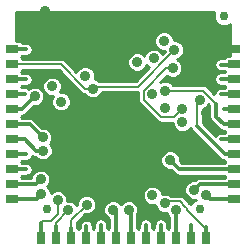
<source format=gbl>
%FSLAX34Y34*%
G04 Gerber Fmt 3.4, Leading zero omitted, Abs format*
G04 (created by PCBNEW (2013-12-14 BZR 4555)-product) date Wed 05 Mar 2014 16:54:14 EST*
%MOIN*%
G01*
G70*
G90*
G04 APERTURE LIST*
%ADD10C,0.003937*%
%ADD11R,0.060000X0.060000*%
%ADD12C,0.029528*%
%ADD13R,0.027559X0.039370*%
%ADD14R,0.039370X0.027559*%
%ADD15C,0.035000*%
%ADD16C,0.014000*%
%ADD17C,0.008000*%
%ADD18C,0.010000*%
G04 APERTURE END LIST*
G54D10*
G54D11*
X-433Y-1594D03*
G54D12*
X2559Y-3822D03*
X-2559Y-3822D03*
X3362Y2610D03*
G54D13*
X2750Y-4793D03*
X2250Y-4793D03*
G54D10*
G36*
X-3897Y1362D02*
X-3897Y1637D01*
X-3503Y1637D01*
X-3503Y1362D01*
X-3897Y1362D01*
X-3897Y1362D01*
G37*
G36*
X-3897Y-3637D02*
X-3897Y-3362D01*
X-3503Y-3362D01*
X-3503Y-3637D01*
X-3897Y-3637D01*
X-3897Y-3637D01*
G37*
G36*
X-3897Y862D02*
X-3897Y1137D01*
X-3503Y1137D01*
X-3503Y862D01*
X-3897Y862D01*
X-3897Y862D01*
G37*
G36*
X-3897Y362D02*
X-3897Y637D01*
X-3503Y637D01*
X-3503Y362D01*
X-3897Y362D01*
X-3897Y362D01*
G37*
G36*
X-3897Y-137D02*
X-3897Y137D01*
X-3503Y137D01*
X-3503Y-137D01*
X-3897Y-137D01*
X-3897Y-137D01*
G37*
G36*
X-3897Y-637D02*
X-3897Y-362D01*
X-3503Y-362D01*
X-3503Y-637D01*
X-3897Y-637D01*
X-3897Y-637D01*
G37*
G36*
X-3897Y-1137D02*
X-3897Y-862D01*
X-3503Y-862D01*
X-3503Y-1137D01*
X-3897Y-1137D01*
X-3897Y-1137D01*
G37*
G36*
X-3897Y-1637D02*
X-3897Y-1362D01*
X-3503Y-1362D01*
X-3503Y-1637D01*
X-3897Y-1637D01*
X-3897Y-1637D01*
G37*
G36*
X-3897Y-2137D02*
X-3897Y-1862D01*
X-3503Y-1862D01*
X-3503Y-2137D01*
X-3897Y-2137D01*
X-3897Y-2137D01*
G37*
G36*
X-3897Y-2637D02*
X-3897Y-2362D01*
X-3503Y-2362D01*
X-3503Y-2637D01*
X-3897Y-2637D01*
X-3897Y-2637D01*
G37*
G36*
X-3897Y-3137D02*
X-3897Y-2862D01*
X-3503Y-2862D01*
X-3503Y-3137D01*
X-3897Y-3137D01*
X-3897Y-3137D01*
G37*
G54D13*
X-2750Y-4793D03*
X-2250Y-4793D03*
X-1750Y-4793D03*
X-1250Y-4793D03*
X-750Y-4793D03*
X-250Y-4793D03*
X250Y-4793D03*
X750Y-4793D03*
X1250Y-4793D03*
X1750Y-4793D03*
G54D14*
X3700Y1500D03*
X3700Y-3500D03*
X3700Y-3000D03*
X3700Y-2500D03*
X3700Y-2000D03*
X3700Y-1500D03*
X3700Y-1000D03*
X3700Y-500D03*
X3700Y0D03*
X3700Y500D03*
X3700Y1000D03*
G54D15*
X-2377Y267D03*
X1964Y-937D03*
X1355Y1778D03*
X1897Y2555D03*
X-1196Y2555D03*
X-1224Y1321D03*
X-421Y2555D03*
X354Y2555D03*
X1137Y2555D03*
X2677Y2555D03*
X-3460Y2555D03*
X-3027Y2555D03*
X-2149Y2555D03*
X-2618Y2763D03*
X2024Y-2909D03*
X2755Y-617D03*
X-1228Y-3677D03*
X1011Y1196D03*
X-2078Y-242D03*
X1643Y879D03*
X1969Y-484D03*
X-2192Y-3523D03*
X-338Y-3852D03*
X173Y-3862D03*
X-2755Y-2830D03*
X-2751Y-3314D03*
X963Y-3364D03*
X1381Y-3636D03*
X2751Y-3362D03*
X2358Y-3185D03*
X1562Y-2193D03*
X2540Y-187D03*
X1378Y-461D03*
X1399Y128D03*
X969Y-1D03*
X459Y1077D03*
X-1270Y612D03*
X-2690Y-1437D03*
X-1026Y192D03*
X1699Y1483D03*
X-1834Y-3866D03*
X-2956Y-64D03*
X1760Y-3866D03*
X-2684Y-1875D03*
G54D16*
X-3759Y1500D02*
X-3244Y1500D01*
G54D17*
X-1196Y2555D02*
X-1196Y1349D01*
X-1196Y1349D02*
X-1224Y1321D01*
G54D16*
X3750Y1500D02*
X3251Y1500D01*
X-1250Y-4852D02*
X-1240Y-4842D01*
X-1240Y-4842D02*
X-1240Y-4393D01*
G54D17*
X-1750Y-4852D02*
X-1750Y-4198D01*
X-1750Y-4198D02*
X-1228Y-3677D01*
G54D16*
X-1750Y-4464D02*
X-1750Y-4852D01*
G54D17*
X-1750Y-4464D02*
X-1750Y-4852D01*
X-1750Y-4464D02*
X-1750Y-4852D01*
X1643Y879D02*
X1430Y879D01*
X1693Y-759D02*
X1969Y-484D01*
X1255Y-759D02*
X1693Y-759D01*
X673Y-177D02*
X1255Y-759D01*
X673Y122D02*
X673Y-177D01*
X1430Y879D02*
X673Y122D01*
X-2407Y-4212D02*
X-2700Y-4212D01*
X-2192Y-3998D02*
X-2407Y-4212D01*
X-2192Y-3523D02*
X-2192Y-3998D01*
X-2750Y-4852D02*
X-2750Y-4261D01*
X-2750Y-4261D02*
X-2700Y-4212D01*
G54D16*
X-2750Y-4277D02*
X-2750Y-4852D01*
G54D17*
X-2750Y-4277D02*
X-2750Y-4852D01*
G54D16*
X-750Y-4852D02*
X-751Y-4850D01*
X-751Y-4850D02*
X-751Y-4354D01*
X-338Y-3852D02*
X-250Y-3941D01*
X-250Y-3941D02*
X-250Y-4852D01*
G54D17*
X-250Y-3941D02*
X-250Y-4852D01*
G54D16*
X173Y-3862D02*
X250Y-3938D01*
X250Y-3938D02*
X250Y-4852D01*
G54D17*
X250Y-3938D02*
X250Y-4852D01*
G54D16*
X750Y-4852D02*
X748Y-4850D01*
X748Y-4850D02*
X748Y-4358D01*
X-3759Y-2000D02*
X-3244Y-2000D01*
X-3759Y-2500D02*
X-3248Y-2500D01*
X-3759Y-3000D02*
X-2925Y-3000D01*
X-2925Y-3000D02*
X-2755Y-2830D01*
G54D17*
X-2925Y-3000D02*
X-2755Y-2830D01*
X-2751Y-3314D02*
X-2937Y-3500D01*
X-2937Y-3500D02*
X-3759Y-3500D01*
G54D16*
X-2673Y-3283D02*
X-2890Y-3500D01*
X-2890Y-3500D02*
X-3759Y-3500D01*
X2250Y-4852D02*
X2255Y-4846D01*
X2255Y-4846D02*
X2255Y-4362D01*
G54D17*
X2055Y-3740D02*
X2110Y-3795D01*
X2708Y-4433D02*
X2750Y-4433D01*
X2750Y-4474D02*
X2708Y-4433D01*
X2750Y-4498D02*
X2750Y-4474D01*
X2110Y-3858D02*
X2750Y-4498D01*
X2110Y-3795D02*
X2110Y-3858D01*
X1381Y-3636D02*
X1447Y-3570D01*
X1885Y-3570D02*
X2055Y-3740D01*
X1447Y-3570D02*
X1885Y-3570D01*
G54D16*
X2750Y-4852D02*
X2750Y-4433D01*
X3759Y-3500D02*
X2889Y-3500D01*
X2889Y-3500D02*
X2751Y-3362D01*
X3759Y-3000D02*
X2543Y-3000D01*
X2543Y-3000D02*
X2358Y-3185D01*
G54D17*
X2358Y-3185D02*
X2543Y-3000D01*
G54D16*
X1562Y-2193D02*
X1868Y-2500D01*
X1868Y-2500D02*
X3759Y-2500D01*
G54D17*
X1860Y-2492D02*
X1562Y-2193D01*
X3759Y-2492D02*
X1860Y-2492D01*
G54D16*
X3759Y-2000D02*
X3391Y-2000D01*
X3391Y-2000D02*
X2457Y-1066D01*
G54D17*
X3759Y-1992D02*
X3383Y-1992D01*
X2457Y-270D02*
X2540Y-187D01*
X2457Y-1066D02*
X2457Y-270D01*
X3383Y-1992D02*
X2457Y-1066D01*
G54D16*
X3759Y-1500D02*
X3251Y-1500D01*
G54D17*
X3759Y-1500D02*
X3251Y-1500D01*
G54D16*
X3759Y-1000D02*
X3350Y-1000D01*
X3090Y-740D02*
X3090Y-318D01*
X3350Y-1000D02*
X3090Y-740D01*
G54D17*
X2643Y128D02*
X1399Y128D01*
X3090Y-318D02*
X2643Y128D01*
G54D16*
X3759Y-500D02*
X3338Y-500D01*
X3759Y0D02*
X3248Y0D01*
X3759Y500D02*
X3748Y511D01*
X3748Y511D02*
X3248Y511D01*
X3759Y1000D02*
X3751Y992D01*
X3751Y992D02*
X3244Y992D01*
X-3759Y500D02*
X-3755Y503D01*
X-3755Y503D02*
X-3244Y503D01*
X1250Y-4852D02*
X1248Y-4850D01*
X1248Y-4850D02*
X1248Y-4358D01*
X-3759Y-1000D02*
X-3127Y-1000D01*
X-3127Y-1000D02*
X-2690Y-1437D01*
G54D17*
X-3127Y-1000D02*
X-2690Y-1437D01*
X-1026Y192D02*
X-1275Y192D01*
X-2082Y1000D02*
X-3759Y1000D01*
X-1275Y192D02*
X-2082Y1000D01*
X-1026Y253D02*
X-1026Y192D01*
X1699Y1467D02*
X1699Y1483D01*
X485Y253D02*
X1699Y1467D01*
X-1026Y253D02*
X485Y253D01*
X-2250Y-4281D02*
X-1834Y-3866D01*
X-2250Y-4852D02*
X-2250Y-4281D01*
G54D16*
X-2250Y-4391D02*
X-2250Y-4852D01*
G54D17*
X-2250Y-4391D02*
X-2250Y-4852D01*
G54D16*
X-3759Y0D02*
X-3744Y15D01*
X-3744Y15D02*
X-3275Y15D01*
X-3759Y-500D02*
X-3391Y-500D01*
X-3391Y-500D02*
X-2956Y-64D01*
G54D17*
X-3391Y-500D02*
X-2956Y-64D01*
G54D16*
X1760Y-3866D02*
X1750Y-3876D01*
X1750Y-3876D02*
X1750Y-4852D01*
G54D17*
X1750Y-4844D02*
X1750Y-3876D01*
G54D16*
X-3759Y-1500D02*
X-3295Y-1500D01*
X-2919Y-1875D02*
X-2684Y-1875D01*
X-3295Y-1500D02*
X-2919Y-1875D01*
G54D10*
G36*
X3404Y-1249D02*
X3376Y-1277D01*
X3375Y-1280D01*
X3251Y-1280D01*
X3167Y-1296D01*
X3096Y-1344D01*
X3076Y-1373D01*
X2647Y-945D01*
X2647Y-495D01*
X2724Y-463D01*
X2816Y-372D01*
X2833Y-330D01*
X2870Y-366D01*
X2870Y-740D01*
X2887Y-824D01*
X2934Y-895D01*
X3194Y-1155D01*
X3266Y-1203D01*
X3266Y-1203D01*
X3350Y-1220D01*
X3375Y-1220D01*
X3376Y-1222D01*
X3404Y-1249D01*
X3404Y-1249D01*
G37*
G54D18*
X3404Y-1249D02*
X3376Y-1277D01*
X3375Y-1280D01*
X3251Y-1280D01*
X3167Y-1296D01*
X3096Y-1344D01*
X3076Y-1373D01*
X2647Y-945D01*
X2647Y-495D01*
X2724Y-463D01*
X2816Y-372D01*
X2833Y-330D01*
X2870Y-366D01*
X2870Y-740D01*
X2887Y-824D01*
X2934Y-895D01*
X3194Y-1155D01*
X3266Y-1203D01*
X3266Y-1203D01*
X3350Y-1220D01*
X3375Y-1220D01*
X3376Y-1222D01*
X3404Y-1249D01*
G54D10*
G36*
X3404Y-2749D02*
X3376Y-2777D01*
X3375Y-2780D01*
X2543Y-2780D01*
X2459Y-2796D01*
X2423Y-2820D01*
X2387Y-2844D01*
X2372Y-2860D01*
X2293Y-2859D01*
X2174Y-2909D01*
X2082Y-3000D01*
X2033Y-3120D01*
X2033Y-3249D01*
X2082Y-3368D01*
X2173Y-3460D01*
X2293Y-3509D01*
X2411Y-3510D01*
X2363Y-3529D01*
X2266Y-3626D01*
X2249Y-3668D01*
X2244Y-3660D01*
X2189Y-3605D01*
X2020Y-3436D01*
X1958Y-3395D01*
X1885Y-3380D01*
X1585Y-3380D01*
X1565Y-3361D01*
X1446Y-3311D01*
X1317Y-3311D01*
X1288Y-3323D01*
X1288Y-3300D01*
X1239Y-3180D01*
X1148Y-3089D01*
X1028Y-3039D01*
X899Y-3039D01*
X780Y-3089D01*
X688Y-3180D01*
X638Y-3299D01*
X638Y-3429D01*
X688Y-3548D01*
X779Y-3640D01*
X899Y-3689D01*
X1028Y-3689D01*
X1056Y-3678D01*
X1056Y-3700D01*
X1105Y-3820D01*
X1197Y-3911D01*
X1316Y-3961D01*
X1445Y-3961D01*
X1447Y-3960D01*
X1484Y-4049D01*
X1530Y-4095D01*
X1530Y-4468D01*
X1527Y-4469D01*
X1500Y-4496D01*
X1472Y-4469D01*
X1468Y-4467D01*
X1468Y-4358D01*
X1451Y-4274D01*
X1403Y-4202D01*
X1332Y-4155D01*
X1248Y-4138D01*
X1163Y-4155D01*
X1092Y-4202D01*
X1044Y-4274D01*
X1028Y-4358D01*
X1028Y-4468D01*
X1027Y-4469D01*
X1000Y-4496D01*
X972Y-4469D01*
X968Y-4467D01*
X968Y-4358D01*
X951Y-4274D01*
X903Y-4202D01*
X832Y-4155D01*
X748Y-4138D01*
X663Y-4155D01*
X592Y-4202D01*
X544Y-4274D01*
X528Y-4358D01*
X528Y-4468D01*
X527Y-4469D01*
X500Y-4496D01*
X472Y-4469D01*
X470Y-4468D01*
X470Y-3996D01*
X498Y-3927D01*
X498Y-3797D01*
X449Y-3678D01*
X358Y-3587D01*
X238Y-3537D01*
X109Y-3537D01*
X-10Y-3586D01*
X-77Y-3654D01*
X-154Y-3577D01*
X-273Y-3527D01*
X-403Y-3527D01*
X-522Y-3576D01*
X-614Y-3668D01*
X-663Y-3787D01*
X-663Y-3916D01*
X-614Y-4036D01*
X-523Y-4127D01*
X-470Y-4149D01*
X-470Y-4468D01*
X-472Y-4469D01*
X-500Y-4496D01*
X-527Y-4469D01*
X-531Y-4467D01*
X-531Y-4354D01*
X-548Y-4270D01*
X-596Y-4198D01*
X-667Y-4151D01*
X-751Y-4134D01*
X-836Y-4151D01*
X-907Y-4198D01*
X-955Y-4270D01*
X-971Y-4354D01*
X-971Y-4468D01*
X-972Y-4469D01*
X-1000Y-4496D01*
X-1020Y-4476D01*
X-1020Y-4393D01*
X-1036Y-4309D01*
X-1084Y-4238D01*
X-1155Y-4190D01*
X-1240Y-4173D01*
X-1324Y-4190D01*
X-1395Y-4238D01*
X-1443Y-4309D01*
X-1460Y-4393D01*
X-1460Y-4464D01*
X-1472Y-4469D01*
X-1500Y-4496D01*
X-1527Y-4469D01*
X-1530Y-4468D01*
X-1530Y-4464D01*
X-1546Y-4380D01*
X-1560Y-4360D01*
X-1560Y-4277D01*
X-1284Y-4002D01*
X-1163Y-4002D01*
X-1044Y-3952D01*
X-952Y-3861D01*
X-903Y-3742D01*
X-903Y-3612D01*
X-952Y-3493D01*
X-1044Y-3401D01*
X-1163Y-3352D01*
X-1292Y-3352D01*
X-1412Y-3401D01*
X-1503Y-3492D01*
X-1553Y-3612D01*
X-1553Y-3695D01*
X-1558Y-3682D01*
X-1650Y-3590D01*
X-1753Y-3547D01*
X-1753Y-178D01*
X-1803Y-58D01*
X-1894Y32D01*
X-2013Y82D01*
X-2103Y82D01*
X-2102Y83D01*
X-2053Y202D01*
X-2052Y332D01*
X-2102Y451D01*
X-2193Y543D01*
X-2313Y592D01*
X-2442Y592D01*
X-2561Y543D01*
X-2653Y452D01*
X-2702Y332D01*
X-2703Y203D01*
X-2653Y83D01*
X-2562Y-7D01*
X-2442Y-57D01*
X-2353Y-57D01*
X-2354Y-58D01*
X-2403Y-177D01*
X-2403Y-306D01*
X-2354Y-426D01*
X-2263Y-517D01*
X-2143Y-567D01*
X-2014Y-567D01*
X-1894Y-518D01*
X-1803Y-426D01*
X-1753Y-307D01*
X-1753Y-178D01*
X-1753Y-3547D01*
X-1769Y-3541D01*
X-1867Y-3541D01*
X-1867Y-3459D01*
X-1917Y-3339D01*
X-2008Y-3248D01*
X-2127Y-3198D01*
X-2257Y-3198D01*
X-2376Y-3247D01*
X-2426Y-3298D01*
X-2426Y-3250D01*
X-2476Y-3131D01*
X-2536Y-3070D01*
X-2480Y-3015D01*
X-2430Y-2895D01*
X-2430Y-2766D01*
X-2480Y-2646D01*
X-2571Y-2555D01*
X-2690Y-2505D01*
X-2820Y-2505D01*
X-2939Y-2555D01*
X-3031Y-2646D01*
X-3080Y-2765D01*
X-3080Y-2780D01*
X-3375Y-2780D01*
X-3376Y-2777D01*
X-3404Y-2750D01*
X-3376Y-2722D01*
X-3375Y-2720D01*
X-3248Y-2720D01*
X-3163Y-2703D01*
X-3092Y-2655D01*
X-3044Y-2584D01*
X-3028Y-2500D01*
X-3044Y-2415D01*
X-3092Y-2344D01*
X-3163Y-2296D01*
X-3248Y-2280D01*
X-3375Y-2280D01*
X-3376Y-2277D01*
X-3404Y-2250D01*
X-3376Y-2222D01*
X-3375Y-2220D01*
X-3244Y-2220D01*
X-3159Y-2203D01*
X-3088Y-2155D01*
X-3040Y-2084D01*
X-3035Y-2057D01*
X-3003Y-2079D01*
X-3003Y-2079D01*
X-2925Y-2094D01*
X-2868Y-2151D01*
X-2749Y-2200D01*
X-2620Y-2200D01*
X-2500Y-2151D01*
X-2409Y-2060D01*
X-2359Y-1940D01*
X-2359Y-1811D01*
X-2408Y-1691D01*
X-2446Y-1653D01*
X-2414Y-1621D01*
X-2365Y-1502D01*
X-2364Y-1372D01*
X-2414Y-1253D01*
X-2505Y-1161D01*
X-2625Y-1112D01*
X-2703Y-1112D01*
X-2971Y-844D01*
X-3043Y-796D01*
X-3127Y-780D01*
X-3375Y-780D01*
X-3376Y-777D01*
X-3404Y-750D01*
X-3376Y-722D01*
X-3374Y-716D01*
X-3307Y-703D01*
X-3307Y-703D01*
X-3236Y-655D01*
X-2970Y-389D01*
X-2892Y-389D01*
X-2772Y-340D01*
X-2681Y-249D01*
X-2631Y-129D01*
X-2631Y0D01*
X-2680Y119D01*
X-2772Y210D01*
X-2891Y260D01*
X-3020Y260D01*
X-3140Y210D01*
X-3155Y195D01*
X-3191Y219D01*
X-3275Y235D01*
X-3389Y235D01*
X-3404Y250D01*
X-3376Y277D01*
X-3373Y283D01*
X-3244Y283D01*
X-3159Y300D01*
X-3088Y348D01*
X-3040Y419D01*
X-3024Y503D01*
X-3040Y588D01*
X-3088Y659D01*
X-3159Y707D01*
X-3244Y723D01*
X-3377Y723D01*
X-3404Y750D01*
X-3376Y777D01*
X-3363Y810D01*
X-2161Y810D01*
X-1409Y58D01*
X-1348Y17D01*
X-1301Y8D01*
X-1301Y8D01*
X-1210Y-82D01*
X-1091Y-132D01*
X-962Y-132D01*
X-842Y-82D01*
X-751Y8D01*
X-728Y63D01*
X483Y63D01*
X483Y-177D01*
X497Y-249D01*
X538Y-311D01*
X1121Y-894D01*
X1183Y-935D01*
X1255Y-949D01*
X1639Y-949D01*
X1639Y-1001D01*
X1688Y-1121D01*
X1779Y-1212D01*
X1899Y-1262D01*
X2028Y-1262D01*
X2148Y-1212D01*
X2239Y-1121D01*
X2245Y-1106D01*
X2254Y-1150D01*
X2302Y-1221D01*
X3236Y-2155D01*
X3307Y-2203D01*
X3307Y-2203D01*
X3374Y-2216D01*
X3374Y-2216D01*
X3376Y-2222D01*
X3404Y-2249D01*
X3376Y-2277D01*
X3375Y-2280D01*
X1959Y-2280D01*
X1887Y-2207D01*
X1887Y-2129D01*
X1838Y-2010D01*
X1746Y-1918D01*
X1627Y-1868D01*
X1498Y-1868D01*
X1378Y-1918D01*
X1287Y-2009D01*
X1237Y-2128D01*
X1237Y-2258D01*
X1286Y-2377D01*
X1378Y-2469D01*
X1497Y-2518D01*
X1576Y-2518D01*
X1713Y-2655D01*
X1713Y-2655D01*
X1784Y-2703D01*
X1868Y-2720D01*
X3375Y-2720D01*
X3376Y-2722D01*
X3404Y-2749D01*
X3404Y-2749D01*
G37*
G54D18*
X3404Y-2749D02*
X3376Y-2777D01*
X3375Y-2780D01*
X2543Y-2780D01*
X2459Y-2796D01*
X2423Y-2820D01*
X2387Y-2844D01*
X2372Y-2860D01*
X2293Y-2859D01*
X2174Y-2909D01*
X2082Y-3000D01*
X2033Y-3120D01*
X2033Y-3249D01*
X2082Y-3368D01*
X2173Y-3460D01*
X2293Y-3509D01*
X2411Y-3510D01*
X2363Y-3529D01*
X2266Y-3626D01*
X2249Y-3668D01*
X2244Y-3660D01*
X2189Y-3605D01*
X2020Y-3436D01*
X1958Y-3395D01*
X1885Y-3380D01*
X1585Y-3380D01*
X1565Y-3361D01*
X1446Y-3311D01*
X1317Y-3311D01*
X1288Y-3323D01*
X1288Y-3300D01*
X1239Y-3180D01*
X1148Y-3089D01*
X1028Y-3039D01*
X899Y-3039D01*
X780Y-3089D01*
X688Y-3180D01*
X638Y-3299D01*
X638Y-3429D01*
X688Y-3548D01*
X779Y-3640D01*
X899Y-3689D01*
X1028Y-3689D01*
X1056Y-3678D01*
X1056Y-3700D01*
X1105Y-3820D01*
X1197Y-3911D01*
X1316Y-3961D01*
X1445Y-3961D01*
X1447Y-3960D01*
X1484Y-4049D01*
X1530Y-4095D01*
X1530Y-4468D01*
X1527Y-4469D01*
X1500Y-4496D01*
X1472Y-4469D01*
X1468Y-4467D01*
X1468Y-4358D01*
X1451Y-4274D01*
X1403Y-4202D01*
X1332Y-4155D01*
X1248Y-4138D01*
X1163Y-4155D01*
X1092Y-4202D01*
X1044Y-4274D01*
X1028Y-4358D01*
X1028Y-4468D01*
X1027Y-4469D01*
X1000Y-4496D01*
X972Y-4469D01*
X968Y-4467D01*
X968Y-4358D01*
X951Y-4274D01*
X903Y-4202D01*
X832Y-4155D01*
X748Y-4138D01*
X663Y-4155D01*
X592Y-4202D01*
X544Y-4274D01*
X528Y-4358D01*
X528Y-4468D01*
X527Y-4469D01*
X500Y-4496D01*
X472Y-4469D01*
X470Y-4468D01*
X470Y-3996D01*
X498Y-3927D01*
X498Y-3797D01*
X449Y-3678D01*
X358Y-3587D01*
X238Y-3537D01*
X109Y-3537D01*
X-10Y-3586D01*
X-77Y-3654D01*
X-154Y-3577D01*
X-273Y-3527D01*
X-403Y-3527D01*
X-522Y-3576D01*
X-614Y-3668D01*
X-663Y-3787D01*
X-663Y-3916D01*
X-614Y-4036D01*
X-523Y-4127D01*
X-470Y-4149D01*
X-470Y-4468D01*
X-472Y-4469D01*
X-500Y-4496D01*
X-527Y-4469D01*
X-531Y-4467D01*
X-531Y-4354D01*
X-548Y-4270D01*
X-596Y-4198D01*
X-667Y-4151D01*
X-751Y-4134D01*
X-836Y-4151D01*
X-907Y-4198D01*
X-955Y-4270D01*
X-971Y-4354D01*
X-971Y-4468D01*
X-972Y-4469D01*
X-1000Y-4496D01*
X-1020Y-4476D01*
X-1020Y-4393D01*
X-1036Y-4309D01*
X-1084Y-4238D01*
X-1155Y-4190D01*
X-1240Y-4173D01*
X-1324Y-4190D01*
X-1395Y-4238D01*
X-1443Y-4309D01*
X-1460Y-4393D01*
X-1460Y-4464D01*
X-1472Y-4469D01*
X-1500Y-4496D01*
X-1527Y-4469D01*
X-1530Y-4468D01*
X-1530Y-4464D01*
X-1546Y-4380D01*
X-1560Y-4360D01*
X-1560Y-4277D01*
X-1284Y-4002D01*
X-1163Y-4002D01*
X-1044Y-3952D01*
X-952Y-3861D01*
X-903Y-3742D01*
X-903Y-3612D01*
X-952Y-3493D01*
X-1044Y-3401D01*
X-1163Y-3352D01*
X-1292Y-3352D01*
X-1412Y-3401D01*
X-1503Y-3492D01*
X-1553Y-3612D01*
X-1553Y-3695D01*
X-1558Y-3682D01*
X-1650Y-3590D01*
X-1753Y-3547D01*
X-1753Y-178D01*
X-1803Y-58D01*
X-1894Y32D01*
X-2013Y82D01*
X-2103Y82D01*
X-2102Y83D01*
X-2053Y202D01*
X-2052Y332D01*
X-2102Y451D01*
X-2193Y543D01*
X-2313Y592D01*
X-2442Y592D01*
X-2561Y543D01*
X-2653Y452D01*
X-2702Y332D01*
X-2703Y203D01*
X-2653Y83D01*
X-2562Y-7D01*
X-2442Y-57D01*
X-2353Y-57D01*
X-2354Y-58D01*
X-2403Y-177D01*
X-2403Y-306D01*
X-2354Y-426D01*
X-2263Y-517D01*
X-2143Y-567D01*
X-2014Y-567D01*
X-1894Y-518D01*
X-1803Y-426D01*
X-1753Y-307D01*
X-1753Y-178D01*
X-1753Y-3547D01*
X-1769Y-3541D01*
X-1867Y-3541D01*
X-1867Y-3459D01*
X-1917Y-3339D01*
X-2008Y-3248D01*
X-2127Y-3198D01*
X-2257Y-3198D01*
X-2376Y-3247D01*
X-2426Y-3298D01*
X-2426Y-3250D01*
X-2476Y-3131D01*
X-2536Y-3070D01*
X-2480Y-3015D01*
X-2430Y-2895D01*
X-2430Y-2766D01*
X-2480Y-2646D01*
X-2571Y-2555D01*
X-2690Y-2505D01*
X-2820Y-2505D01*
X-2939Y-2555D01*
X-3031Y-2646D01*
X-3080Y-2765D01*
X-3080Y-2780D01*
X-3375Y-2780D01*
X-3376Y-2777D01*
X-3404Y-2750D01*
X-3376Y-2722D01*
X-3375Y-2720D01*
X-3248Y-2720D01*
X-3163Y-2703D01*
X-3092Y-2655D01*
X-3044Y-2584D01*
X-3028Y-2500D01*
X-3044Y-2415D01*
X-3092Y-2344D01*
X-3163Y-2296D01*
X-3248Y-2280D01*
X-3375Y-2280D01*
X-3376Y-2277D01*
X-3404Y-2250D01*
X-3376Y-2222D01*
X-3375Y-2220D01*
X-3244Y-2220D01*
X-3159Y-2203D01*
X-3088Y-2155D01*
X-3040Y-2084D01*
X-3035Y-2057D01*
X-3003Y-2079D01*
X-3003Y-2079D01*
X-2925Y-2094D01*
X-2868Y-2151D01*
X-2749Y-2200D01*
X-2620Y-2200D01*
X-2500Y-2151D01*
X-2409Y-2060D01*
X-2359Y-1940D01*
X-2359Y-1811D01*
X-2408Y-1691D01*
X-2446Y-1653D01*
X-2414Y-1621D01*
X-2365Y-1502D01*
X-2364Y-1372D01*
X-2414Y-1253D01*
X-2505Y-1161D01*
X-2625Y-1112D01*
X-2703Y-1112D01*
X-2971Y-844D01*
X-3043Y-796D01*
X-3127Y-780D01*
X-3375Y-780D01*
X-3376Y-777D01*
X-3404Y-750D01*
X-3376Y-722D01*
X-3374Y-716D01*
X-3307Y-703D01*
X-3307Y-703D01*
X-3236Y-655D01*
X-2970Y-389D01*
X-2892Y-389D01*
X-2772Y-340D01*
X-2681Y-249D01*
X-2631Y-129D01*
X-2631Y0D01*
X-2680Y119D01*
X-2772Y210D01*
X-2891Y260D01*
X-3020Y260D01*
X-3140Y210D01*
X-3155Y195D01*
X-3191Y219D01*
X-3275Y235D01*
X-3389Y235D01*
X-3404Y250D01*
X-3376Y277D01*
X-3373Y283D01*
X-3244Y283D01*
X-3159Y300D01*
X-3088Y348D01*
X-3040Y419D01*
X-3024Y503D01*
X-3040Y588D01*
X-3088Y659D01*
X-3159Y707D01*
X-3244Y723D01*
X-3377Y723D01*
X-3404Y750D01*
X-3376Y777D01*
X-3363Y810D01*
X-2161Y810D01*
X-1409Y58D01*
X-1348Y17D01*
X-1301Y8D01*
X-1301Y8D01*
X-1210Y-82D01*
X-1091Y-132D01*
X-962Y-132D01*
X-842Y-82D01*
X-751Y8D01*
X-728Y63D01*
X483Y63D01*
X483Y-177D01*
X497Y-249D01*
X538Y-311D01*
X1121Y-894D01*
X1183Y-935D01*
X1255Y-949D01*
X1639Y-949D01*
X1639Y-1001D01*
X1688Y-1121D01*
X1779Y-1212D01*
X1899Y-1262D01*
X2028Y-1262D01*
X2148Y-1212D01*
X2239Y-1121D01*
X2245Y-1106D01*
X2254Y-1150D01*
X2302Y-1221D01*
X3236Y-2155D01*
X3307Y-2203D01*
X3307Y-2203D01*
X3374Y-2216D01*
X3374Y-2216D01*
X3376Y-2222D01*
X3404Y-2249D01*
X3376Y-2277D01*
X3375Y-2280D01*
X1959Y-2280D01*
X1887Y-2207D01*
X1887Y-2129D01*
X1838Y-2010D01*
X1746Y-1918D01*
X1627Y-1868D01*
X1498Y-1868D01*
X1378Y-1918D01*
X1287Y-2009D01*
X1237Y-2128D01*
X1237Y-2258D01*
X1286Y-2377D01*
X1378Y-2469D01*
X1497Y-2518D01*
X1576Y-2518D01*
X1713Y-2655D01*
X1713Y-2655D01*
X1784Y-2703D01*
X1868Y-2720D01*
X3375Y-2720D01*
X3376Y-2722D01*
X3404Y-2749D01*
G54D10*
G36*
X3570Y1287D02*
X3474Y1287D01*
X3418Y1264D01*
X3376Y1222D01*
X3372Y1212D01*
X3244Y1212D01*
X3159Y1195D01*
X3088Y1147D01*
X3040Y1076D01*
X3024Y992D01*
X3040Y907D01*
X3088Y836D01*
X3159Y788D01*
X3244Y772D01*
X3381Y772D01*
X3404Y750D01*
X3385Y731D01*
X3248Y731D01*
X3163Y715D01*
X3092Y667D01*
X3044Y596D01*
X3028Y511D01*
X3044Y427D01*
X3092Y356D01*
X3163Y308D01*
X3248Y291D01*
X3370Y291D01*
X3376Y277D01*
X3404Y250D01*
X3376Y222D01*
X3375Y220D01*
X3248Y220D01*
X3163Y203D01*
X3092Y155D01*
X3044Y84D01*
X3030Y10D01*
X2777Y263D01*
X2716Y304D01*
X2643Y318D01*
X1668Y318D01*
X1583Y404D01*
X1464Y453D01*
X1335Y453D01*
X1230Y410D01*
X1441Y621D01*
X1459Y603D01*
X1579Y554D01*
X1708Y554D01*
X1827Y603D01*
X1919Y694D01*
X1968Y814D01*
X1968Y943D01*
X1919Y1063D01*
X1828Y1154D01*
X1791Y1169D01*
X1883Y1207D01*
X1974Y1299D01*
X2024Y1418D01*
X2024Y1547D01*
X1975Y1667D01*
X1883Y1758D01*
X1764Y1808D01*
X1680Y1808D01*
X1680Y1842D01*
X1631Y1962D01*
X1539Y2053D01*
X1420Y2103D01*
X1291Y2103D01*
X1171Y2054D01*
X1080Y1962D01*
X1030Y1843D01*
X1030Y1714D01*
X1079Y1594D01*
X1171Y1503D01*
X1290Y1453D01*
X1374Y1453D01*
X1374Y1419D01*
X1377Y1413D01*
X1304Y1340D01*
X1287Y1380D01*
X1196Y1471D01*
X1076Y1521D01*
X947Y1521D01*
X827Y1472D01*
X736Y1380D01*
X700Y1295D01*
X643Y1352D01*
X524Y1402D01*
X394Y1402D01*
X275Y1353D01*
X183Y1261D01*
X134Y1142D01*
X134Y1012D01*
X183Y893D01*
X274Y802D01*
X394Y752D01*
X523Y752D01*
X643Y801D01*
X734Y893D01*
X770Y978D01*
X827Y921D01*
X868Y904D01*
X407Y443D01*
X-817Y443D01*
X-842Y468D01*
X-958Y516D01*
X-945Y548D01*
X-945Y677D01*
X-994Y796D01*
X-1086Y888D01*
X-1205Y937D01*
X-1334Y938D01*
X-1454Y888D01*
X-1545Y797D01*
X-1565Y751D01*
X-1948Y1134D01*
X-2009Y1175D01*
X-2082Y1190D01*
X-3363Y1190D01*
X-3376Y1222D01*
X-3404Y1250D01*
X-3376Y1277D01*
X-3375Y1280D01*
X-3244Y1280D01*
X-3159Y1296D01*
X-3088Y1344D01*
X-3040Y1415D01*
X-3024Y1500D01*
X-3040Y1584D01*
X-3088Y1655D01*
X-3159Y1703D01*
X-3244Y1720D01*
X-3375Y1720D01*
X-3376Y1722D01*
X-3418Y1764D01*
X-3474Y1787D01*
X-3533Y1787D01*
X-3570Y1787D01*
X-3570Y2729D01*
X3037Y2729D01*
X3016Y2679D01*
X3016Y2541D01*
X3069Y2414D01*
X3166Y2317D01*
X3293Y2265D01*
X3430Y2264D01*
X3557Y2317D01*
X3570Y2330D01*
X3570Y1287D01*
X3570Y1287D01*
G37*
G54D18*
X3570Y1287D02*
X3474Y1287D01*
X3418Y1264D01*
X3376Y1222D01*
X3372Y1212D01*
X3244Y1212D01*
X3159Y1195D01*
X3088Y1147D01*
X3040Y1076D01*
X3024Y992D01*
X3040Y907D01*
X3088Y836D01*
X3159Y788D01*
X3244Y772D01*
X3381Y772D01*
X3404Y750D01*
X3385Y731D01*
X3248Y731D01*
X3163Y715D01*
X3092Y667D01*
X3044Y596D01*
X3028Y511D01*
X3044Y427D01*
X3092Y356D01*
X3163Y308D01*
X3248Y291D01*
X3370Y291D01*
X3376Y277D01*
X3404Y250D01*
X3376Y222D01*
X3375Y220D01*
X3248Y220D01*
X3163Y203D01*
X3092Y155D01*
X3044Y84D01*
X3030Y10D01*
X2777Y263D01*
X2716Y304D01*
X2643Y318D01*
X1668Y318D01*
X1583Y404D01*
X1464Y453D01*
X1335Y453D01*
X1230Y410D01*
X1441Y621D01*
X1459Y603D01*
X1579Y554D01*
X1708Y554D01*
X1827Y603D01*
X1919Y694D01*
X1968Y814D01*
X1968Y943D01*
X1919Y1063D01*
X1828Y1154D01*
X1791Y1169D01*
X1883Y1207D01*
X1974Y1299D01*
X2024Y1418D01*
X2024Y1547D01*
X1975Y1667D01*
X1883Y1758D01*
X1764Y1808D01*
X1680Y1808D01*
X1680Y1842D01*
X1631Y1962D01*
X1539Y2053D01*
X1420Y2103D01*
X1291Y2103D01*
X1171Y2054D01*
X1080Y1962D01*
X1030Y1843D01*
X1030Y1714D01*
X1079Y1594D01*
X1171Y1503D01*
X1290Y1453D01*
X1374Y1453D01*
X1374Y1419D01*
X1377Y1413D01*
X1304Y1340D01*
X1287Y1380D01*
X1196Y1471D01*
X1076Y1521D01*
X947Y1521D01*
X827Y1472D01*
X736Y1380D01*
X700Y1295D01*
X643Y1352D01*
X524Y1402D01*
X394Y1402D01*
X275Y1353D01*
X183Y1261D01*
X134Y1142D01*
X134Y1012D01*
X183Y893D01*
X274Y802D01*
X394Y752D01*
X523Y752D01*
X643Y801D01*
X734Y893D01*
X770Y978D01*
X827Y921D01*
X868Y904D01*
X407Y443D01*
X-817Y443D01*
X-842Y468D01*
X-958Y516D01*
X-945Y548D01*
X-945Y677D01*
X-994Y796D01*
X-1086Y888D01*
X-1205Y937D01*
X-1334Y938D01*
X-1454Y888D01*
X-1545Y797D01*
X-1565Y751D01*
X-1948Y1134D01*
X-2009Y1175D01*
X-2082Y1190D01*
X-3363Y1190D01*
X-3376Y1222D01*
X-3404Y1250D01*
X-3376Y1277D01*
X-3375Y1280D01*
X-3244Y1280D01*
X-3159Y1296D01*
X-3088Y1344D01*
X-3040Y1415D01*
X-3024Y1500D01*
X-3040Y1584D01*
X-3088Y1655D01*
X-3159Y1703D01*
X-3244Y1720D01*
X-3375Y1720D01*
X-3376Y1722D01*
X-3418Y1764D01*
X-3474Y1787D01*
X-3533Y1787D01*
X-3570Y1787D01*
X-3570Y2729D01*
X3037Y2729D01*
X3016Y2679D01*
X3016Y2541D01*
X3069Y2414D01*
X3166Y2317D01*
X3293Y2265D01*
X3430Y2264D01*
X3557Y2317D01*
X3570Y2330D01*
X3570Y1287D01*
M02*

</source>
